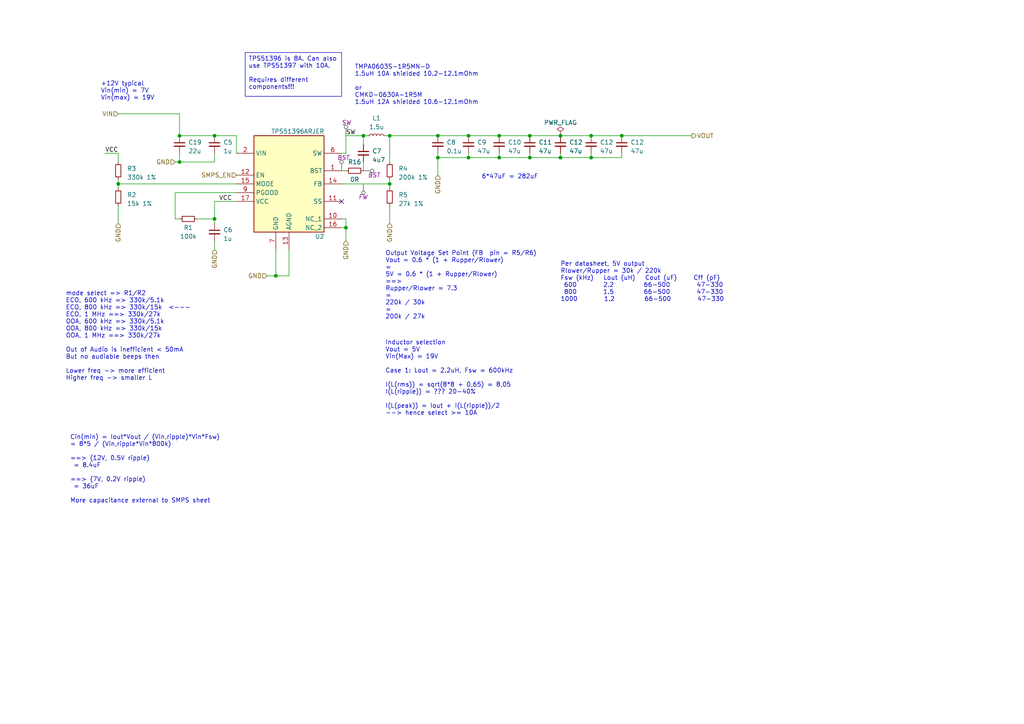
<source format=kicad_sch>
(kicad_sch (version 20230121) (generator eeschema)
  (paper "A4")
  (lib_symbols
    (symbol "Device:C_Small" (pin_numbers hide) (pin_names (offset 0.254) hide)
      (property "Reference" "C" (at 0.254 1.778 0))
      (property "Value" "C_Small" (at 0.254 -2.032 0))
      (symbol "C_Small_0_1"
        (polyline (pts (xy -1.524 -0.508) (xy 1.524 -0.508)) (stroke (width 0.3302)))
        (polyline (pts (xy -1.524 0.508) (xy 1.524 0.508)) (stroke (width 0.3048)))
      )
      (symbol "C_Small_1_1"
        (pin passive line (at 0 2.54 270) (length 2.032) (name "~") (number "1"))
        (pin passive line (at 0 -2.54 90) (length 2.032) (name "~") (number "2"))
      )
    )
    (symbol "Device:L_Small" (pin_numbers hide) (pin_names (offset 0.254) hide)
      (property "Reference" "L" (at 0.762 1.016 0))
      (property "Value" "L_Small" (at 0.762 -1.016 0))
      (symbol "L_Small_0_1"
        (arc (start 0 -2.032) (mid 0.5058 -1.524) (end 0 -1.016))
        (arc (start 0 -1.016) (mid 0.5058 -0.508) (end 0 0))
        (arc (start 0 0) (mid 0.5058 0.508) (end 0 1.016))
        (arc (start 0 1.016) (mid 0.5058 1.524) (end 0 2.032))
      )
      (symbol "L_Small_1_1"
        (pin passive line (at 0 2.54 270) (length 0.508) (name "~") (number "1"))
        (pin passive line (at 0 -2.54 90) (length 0.508) (name "~") (number "2"))
      )
    )
    (symbol "Device:R_Small" (pin_numbers hide) (pin_names (offset 0.254) hide)
      (property "Reference" "R" (at 0.762 0.508 0))
      (property "Value" "R_Small" (at 0.762 -1.016 0))
      (symbol "R_Small_0_1"
        (rectangle (start -0.762 1.778) (end 0.762 -1.778) (stroke (width 0.2032)))
      )
      (symbol "R_Small_1_1"
        (pin passive line (at 0 2.54 270) (length 0.762) (name "~") (number "1"))
        (pin passive line (at 0 -2.54 90) (length 0.762) (name "~") (number "2"))
      )
    )
    (symbol "TPS51396ARJER:TPS51396ARJER"
      (property "Reference" "IC" (at 26.67 5.08 0))
      (property "Value" "TPS51396ARJER" (at 26.67 2.54 0))
      (symbol "TPS51396ARJER_1_1"
        (rectangle (start 5.08 0) (end 25.4 -27.94) (stroke (width 0.254)) (fill (type background)))
        (pin passive line (at 30.48 -10.16 180) (length 5.08) (name "BST") (number "1"))
        (pin passive line (at 30.48 -24.13 180) (length 5.08) (name "NC_1") (number "10"))
        (pin passive line (at 30.48 -19.05 180) (length 5.08) (name "SS") (number "11"))
        (pin passive line (at 0 -11.43 0) (length 5.08) (name "EN") (number "12"))
        (pin passive line (at 15.24 -33.02 90) (length 5.08) (name "AGND") (number "13"))
        (pin passive line (at 30.48 -13.97 180) (length 5.08) (name "FB") (number "14"))
        (pin passive line (at 0 -13.97 0) (length 5.08) (name "MODE") (number "15"))
        (pin passive line (at 30.48 -26.67 180) (length 5.08) (name "NC_2") (number "16"))
        (pin passive line (at 0 -19.05 0) (length 5.08) (name "VCC") (number "17"))
        (pin passive line (at 11.43 -33.02 90) (length 5.08) hide (name "GND_3") (number "18"))
        (pin passive line (at 30.48 -5.08 180) (length 5.08) hide (name "SW_2") (number "19"))
        (pin power_in line (at 0 -5.08 0) (length 5.08) (name "VIN") (number "2"))
        (pin passive line (at 30.48 -5.08 180) (length 5.08) hide (name "SW_3") (number "20"))
        (pin passive line (at 11.43 -33.02 90) (length 5.08) hide (name "GND_4") (number "21"))
        (pin passive line (at 0 -5.08 0) (length 5.08) hide (name "VIN_2") (number "3"))
        (pin passive line (at 0 -5.08 0) (length 5.08) hide (name "VIN_3") (number "4"))
        (pin passive line (at 0 -5.08 0) (length 5.08) hide (name "VIN_4") (number "5"))
        (pin power_out line (at 30.48 -5.08 180) (length 5.08) (name "SW") (number "6"))
        (pin power_in line (at 11.43 -33.02 90) (length 5.08) (name "GND") (number "7"))
        (pin passive line (at 11.43 -33.02 90) (length 5.08) hide (name "GND_2") (number "8"))
        (pin passive line (at 0 -16.51 0) (length 5.08) (name "PGOOD") (number "9"))
      )
    )
    (symbol "power:PWR_FLAG" (power) (pin_numbers hide) (pin_names (offset 0) hide)
      (property "Value" "PWR_FLAG" (at 0 3.81 0))
      (symbol "PWR_FLAG_0_0"
        (pin power_out line (at 0 0 90) (length 0) (name "pwr") (number "1"))
      )
      (symbol "PWR_FLAG_0_1"
        (polyline (pts (xy 0 0) (xy 0 1.27) (xy -1.016 1.905) (xy 0 2.54) (xy 1.016 1.905) (xy 0 1.27)))
      )
    )
  )
  (junction (at 34.29 53.34))
  (junction (at 171.45 39.37))
  (junction (at 100.33 66.04))
  (junction (at 171.45 45.72))
  (junction (at 153.67 39.37))
  (junction (at 153.67 45.72))
  (junction (at 135.89 45.72))
  (junction (at 162.56 39.37))
  (junction (at 162.56 45.72))
  (junction (at 62.23 63.5))
  (junction (at 62.23 39.37))
  (junction (at 80.01 80.01))
  (junction (at 52.07 39.37))
  (junction (at 113.03 53.34))
  (junction (at 144.78 39.37))
  (junction (at 105.41 39.37))
  (junction (at 127 39.37))
  (junction (at 144.78 45.72))
  (junction (at 127 45.72))
  (junction (at 52.07 46.99))
  (junction (at 180.34 39.37))
  (junction (at 113.03 39.37))
  (junction (at 135.89 39.37))
  (no_connect (at 99.06 58.42))
  (wire (pts (xy 68.58 44.45) (xy 68.58 39.37)))
  (wire (pts (xy 127 45.72) (xy 127 50.8)))
  (wire (pts (xy 68.58 39.37) (xy 62.23 39.37)))
  (wire (pts (xy 113.03 59.69) (xy 113.03 64.77)))
  (wire (pts (xy 99.06 53.34) (xy 113.03 53.34)))
  (wire (pts (xy 144.78 44.45) (xy 144.78 45.72)))
  (wire (pts (xy 105.41 39.37) (xy 105.41 41.91)))
  (wire (pts (xy 34.29 53.34) (xy 68.58 53.34)))
  (wire (pts (xy 68.58 55.88) (xy 50.8 55.88)))
  (wire (pts (xy 62.23 69.85) (xy 62.23 72.39)))
  (wire (pts (xy 105.41 46.99) (xy 105.41 49.53)))
  (wire (pts (xy 62.23 44.45) (xy 62.23 46.99)))
  (wire (pts (xy 99.06 44.45) (xy 100.33 44.45)))
  (wire (pts (xy 52.07 44.45) (xy 52.07 46.99)))
  (wire (pts (xy 180.34 39.37) (xy 200.66 39.37)))
  (wire (pts (xy 50.8 55.88) (xy 50.8 63.5)))
  (wire (pts (xy 52.07 46.99) (xy 62.23 46.99)))
  (wire (pts (xy 83.82 72.39) (xy 83.82 80.01)))
  (wire (pts (xy 171.45 39.37) (xy 180.34 39.37)))
  (wire (pts (xy 99.06 49.53) (xy 100.33 49.53)))
  (wire (pts (xy 113.03 39.37) (xy 127 39.37)))
  (wire (pts (xy 99.06 66.04) (xy 100.33 66.04)))
  (wire (pts (xy 100.33 63.5) (xy 100.33 66.04)))
  (wire (pts (xy 113.03 52.07) (xy 113.03 53.34)))
  (wire (pts (xy 62.23 63.5) (xy 62.23 64.77)))
  (wire (pts (xy 171.45 45.72) (xy 180.34 45.72)))
  (wire (pts (xy 80.01 72.39) (xy 80.01 80.01)))
  (wire (pts (xy 135.89 45.72) (xy 127 45.72)))
  (wire (pts (xy 153.67 45.72) (xy 144.78 45.72)))
  (wire (pts (xy 162.56 45.72) (xy 153.67 45.72)))
  (wire (pts (xy 111.76 39.37) (xy 113.03 39.37)))
  (wire (pts (xy 52.07 46.99) (xy 50.8 46.99)))
  (wire (pts (xy 52.07 63.5) (xy 50.8 63.5)))
  (wire (pts (xy 162.56 45.72) (xy 171.45 45.72)))
  (wire (pts (xy 62.23 58.42) (xy 62.23 63.5)))
  (wire (pts (xy 30.48 44.45) (xy 34.29 44.45)))
  (wire (pts (xy 77.47 80.01) (xy 80.01 80.01)))
  (wire (pts (xy 34.29 53.34) (xy 34.29 54.61)))
  (wire (pts (xy 135.89 44.45) (xy 135.89 45.72)))
  (wire (pts (xy 100.33 39.37) (xy 105.41 39.37)))
  (wire (pts (xy 52.07 39.37) (xy 62.23 39.37)))
  (wire (pts (xy 83.82 80.01) (xy 80.01 80.01)))
  (wire (pts (xy 135.89 39.37) (xy 144.78 39.37)))
  (wire (pts (xy 153.67 44.45) (xy 153.67 45.72)))
  (wire (pts (xy 113.03 39.37) (xy 113.03 46.99)))
  (wire (pts (xy 127 39.37) (xy 135.89 39.37)))
  (wire (pts (xy 100.33 39.37) (xy 100.33 44.45)))
  (wire (pts (xy 135.89 45.72) (xy 144.78 45.72)))
  (wire (pts (xy 144.78 39.37) (xy 153.67 39.37)))
  (wire (pts (xy 113.03 53.34) (xy 113.03 54.61)))
  (wire (pts (xy 180.34 44.45) (xy 180.34 45.72)))
  (wire (pts (xy 127 44.45) (xy 127 45.72)))
  (wire (pts (xy 99.06 63.5) (xy 100.33 63.5)))
  (wire (pts (xy 100.33 66.04) (xy 100.33 69.85)))
  (wire (pts (xy 105.41 39.37) (xy 106.68 39.37)))
  (wire (pts (xy 57.15 63.5) (xy 62.23 63.5)))
  (wire (pts (xy 162.56 44.45) (xy 162.56 45.72)))
  (wire (pts (xy 34.29 52.07) (xy 34.29 53.34)))
  (wire (pts (xy 171.45 44.45) (xy 171.45 45.72)))
  (wire (pts (xy 34.29 33.02) (xy 52.07 33.02)))
  (wire (pts (xy 62.23 58.42) (xy 68.58 58.42)))
  (wire (pts (xy 34.29 46.99) (xy 34.29 44.45)))
  (wire (pts (xy 162.56 39.37) (xy 171.45 39.37)))
  (wire (pts (xy 52.07 33.02) (xy 52.07 39.37)))
  (wire (pts (xy 34.29 59.69) (xy 34.29 64.77)))
  (wire (pts (xy 153.67 39.37) (xy 162.56 39.37)))
  (text_box "TPS51396 is 8A. Can also use TPS51397 with 10A.\n\nRequires different components!!!" (at 71.12 15.24 0) (size 27.94 12.7) (effects (font (size 1.27 1.27)) (justify left top)))
  (text "+12V typical\nVin(min) = 7V\nVin(max) = 19V" (at 29.21 29.21 0) (effects (font (size 1.27 1.27)) (justify left bottom)))
  (text "mode select => R1/R2\nECO, 600 kHz => 330k/5.1k\nECO, 800 kHz => 330k/15k  <---\nECO, 1 MHz ==> 330k/27k\nOOA, 600 kHz => 330k/5.1k\nOOA, 800 kHz => 330k/15k\nOOA, 1 MHz ==> 330k/27k\n\nOut of Audio is inefficient < 50mA\nBut no audiable beeps then\n\nLower freq -> more efficient\nHigher freq -> smaller L" (at 19.05 110.49 0) (effects (font (size 1.27 1.27)) (justify left bottom)))
  (text "Cin(min) = Iout*Vout / (Vin,ripple)*Vin*Fsw)\n= 8*5 / (Vin,ripple*Vin*800k)\n\n==> (12V, 0.5V ripple)\n = 8.4uF\n\n==> (7V, 0.2V ripple)\n = 36uF\n\nMore capacitance external to SMPS sheet" (at 20.32 146.05 0) (effects (font (size 1.27 1.27)) (justify left bottom)))
  (text "Output Voltage Set Point (FB  pin = R5/R6)\nVout = 0.6 * (1 + Rupper/Rlower)\n=\n5V = 0.6 * (1 + Rupper/Rlower)\n==>\nRupper/Rlower = 7.3\n=\n220k / 30k\n=\n200k / 27k" (at 111.76 92.71 0) (effects (font (size 1.27 1.27)) (justify left bottom)))
  (text "6*47uF = 282uF" (at 139.7 52.07 0) (effects (font (size 1.27 1.27)) (justify left bottom)))
  (text "Inductor selection\nVout = 5V\nVin(Max) = 19V\n\nCase 1: Lout = 2.2uH, Fsw = 600kHz\n\nI(L(rms)) = sqrt(8*8 + 0,65) = 8,05\nI(L(ripple)) = ??? 20-40%\n\nI(L(peak)) = Iout + I(L(ripple))/2\n--> hence select >= 10A" (at 111.76 120.65 0) (effects (font (size 1.27 1.27)) (justify left bottom)))
  (text "Per datasheet, 5V output\nRlower/Rupper = 30k / 220k\nFsw (kHz)   Lout (uH)   Cout (uF)     Cff (pF)\n 600        2.2         66-500        47-330\n 800        1.5         66-500        47-330\n1000        1.2         66-500        47-330" (at 162.56 87.63 0) (effects (font (size 1.27 1.27)) (justify left bottom)))
  (text "TMPA0603S-1R5MN-D\n1.5uH 10A shielded 10.2-12.1mOhm\n\nor\nCMKD-0630A-1R5M\n1.5uH 12A shielded 10.6-12.1mOhm" (at 102.87 30.48 0) (effects (font (size 1.27 1.27)) (justify left bottom)))
  (label "VCC" (at 30.48 44.45 0))
  (label "SW" (at 100.33 39.37 0))
  (label "VCC" (at 63.5 58.42 0))
  (hierarchical_label "GND" (shape input) (at 113.03 64.77 270))
  (hierarchical_label "SMPS_EN" (shape input) (at 68.58 50.8 180))
  (hierarchical_label "GND" (shape input) (at 100.33 69.85 270))
  (hierarchical_label "VIN" (shape input) (at 34.29 33.02 180))
  (hierarchical_label "GND" (shape input) (at 127 50.8 270))
  (hierarchical_label "GND" (shape input) (at 77.47 80.01 180))
  (hierarchical_label "GND" (shape input) (at 50.8 46.99 180))
  (hierarchical_label "GND" (shape input) (at 34.29 64.77 270))
  (hierarchical_label "GND" (shape input) (at 62.23 72.39 270))
  (hierarchical_label "VOUT" (shape output) (at 200.66 39.37 0))
  (netclass_flag "" (length 2.54) (shape round) (at 105.41 49.53 270) (property "Netclass" "BST" (at 106.68 50.8 0) (effects (font italic) (justify left))))
  (netclass_flag "" (length 2.54) (shape round) (at 99.06 49.53 0) (property "Netclass" "BST" (at 97.79 45.72 0) (effects (font italic) (justify left))))
  (netclass_flag "" (length 2.54) (shape round) (at 105.41 53.34 180) (property "Netclass" "FW" (at 106.68 57.15 0) (effects (font italic) (justify right))))
  (netclass_flag "" (length 2.54) (shape round) (at 100.33 39.37 0) (property "Netclass" "SW" (at 99.06 35.56 0) (effects (font italic) (justify left))))
  (symbol (lib_id "Device:R_Small") (at 34.29 57.15 0) (unit 1)
    (property "Reference" "R2" (at 36.83 56.515 0) (effects (justify left)))
    (property "Value" "15k 1%" (at 36.83 59.055 0) (effects (justify left)))
    (property "Footprint" "Resistor_SMD:R_0402_1005Metric" (effects hide))
    (property "LCSC" "C25756" (effects hide))
  )
  (symbol (lib_id "TPS51396ARJER:TPS51396ARJER") (at 68.58 39.37 0) (unit 1)
    (property "Reference" "U2" (at 92.71 68.58 0))
    (property "Value" "TPS51396ARJER" (at 86.36 38.1 0))
    (property "Footprint" "Package_DFN_QFN:VQFN-20-1EP_3x3mm_P0.45mm_EP1.55x1.55mm_ThermalVias" (effects hide))
    (property "Datasheet" "https://www.ti.com/lit/ds/symlink/tps51396a.pdf?HQS=dis-mous-null-mousermode-dsf-pf-null-wwe&ts=1662566370253&ref_url=https%253A%252F%252Fwww.mouser.in%252F" (effects hide))
    (property "Height" "1" (effects hide))
    (property "Mouser Part Number" "595-TPS51396ARJER" (effects hide))
    (property "Mouser Price/Stock" "https://www.mouser.co.uk/ProductDetail/Texas-Instruments/TPS51396ARJER?qs=GBLSl2AkirtKr8QWcQ0Vig%3D%3D" (effects hide))
    (property "Manufacturer_Name" "Texas Instruments" (effects hide))
    (property "Manufacturer_Part_Number" "TPS51396ARJER" (effects hide))
    (property "LCSC" "C3032872" (effects hide))
    (instances (project "RotatingPCB" (path "" (reference "U2") (unit 1)) (path "" (reference "U2") (unit 1))) (project "AxisPCB-STM32F411" (path "" (reference "U1") (unit 1))))
  )
  (symbol (lib_id "Device:C_Small") (at 105.41 44.45 0) (unit 1)
    (property "Reference" "C7" (at 107.95 43.8213 0) (effects (justify left)))
    (property "Value" "4u7" (at 107.95 46.3613 0) (effects (justify left)))
    (property "Footprint" "Capacitor_SMD:C_0603_1608Metric" (effects hide))
    (instances (project "RotatingPCB" (path "" (reference "C7") (unit 1)) (path "" (reference "C7") (unit 1))) (project "AxisPCB-STM32F411" (path "" (reference "C6") (unit 1))))
  )
  (symbol (lib_id "Device:C_Small") (at 171.45 41.91 0) (unit 1)
    (property "Reference" "C12" (at 173.99 41.2813 0) (effects (justify left)))
    (property "Value" "47u" (at 173.99 43.8213 0) (effects (justify left)))
    (property "Footprint" "Capacitor_SMD:C_0805_2012Metric" (effects hide))
    (property "LSCS" "C16780" (effects hide))
    (instances (project "RotatingPCB" (path "" (reference "C12") (unit 1)) (path "" (reference "C12") (unit 1))) (project "AxisPCB-STM32F411" (path "" (reference "C28") (unit 1))))
  )
  (symbol (lib_id "Device:R_Small") (at 54.61 63.5 270) (unit 1)
    (property "Reference" "R1" (at 54.61 66.04 90))
    (property "Value" "100k" (at 54.61 68.58 90))
    (property "Footprint" "Resistor_SMD:R_0402_1005Metric" (effects hide))
    (property "LCSC" "C25741" (effects hide))
    (instances (project "RotatingPCB" (path "" (reference "R1") (unit 1)) (path "" (reference "R1") (unit 1))) (project "AxisPCB-STM32F411" (path "" (reference "R3") (unit 1))))
  )
  (symbol (lib_id "Device:C_Small") (at 135.89 41.91 0) (unit 1)
    (property "Reference" "C9" (at 138.43 41.2813 0) (effects (justify left)))
    (property "Value" "47u" (at 138.43 43.8213 0) (effects (justify left)))
    (property "Footprint" "Capacitor_SMD:C_0805_2012Metric" (effects hide))
    (property "LCSC" "C16780" (effects hide))
    (instances (project "RotatingPCB" (path "" (reference "C9") (unit 1)) (path "" (reference "C9") (unit 1))) (project "AxisPCB-STM32F411" (path "" (reference "C8") (unit 1))))
  )
  (symbol (lib_id "Device:C_Small") (at 180.34 41.91 0) (unit 1)
    (property "Reference" "C12" (at 182.88 41.2813 0) (effects (justify left)))
    (property "Value" "47u" (at 182.88 43.8213 0) (effects (justify left)))
    (property "Footprint" "Capacitor_SMD:C_0805_2012Metric" (effects hide))
    (property "LCSC" "C16780" (effects hide))
    (instances (project "RotatingPCB" (path "" (reference "C12") (unit 1)) (path "" (reference "C12") (unit 1))) (project "AxisPCB-STM32F411" (path "" (reference "C29") (unit 1))))
  )
  (symbol (lib_id "Device:C_Small") (at 162.56 41.91 0) (unit 1)
    (property "Reference" "C12" (at 165.1 41.2813 0) (effects (justify left)))
    (property "Value" "47u" (at 165.1 43.8213 0) (effects (justify left)))
    (property "Footprint" "Capacitor_SMD:C_0805_2012Metric" (effects hide))
    (property "LCSC" "C16780" (effects hide))
    (instances (project "RotatingPCB" (path "" (reference "C12") (unit 1)) (path "" (reference "C12") (unit 1))) (project "AxisPCB-STM32F411" (path "" (reference "C11") (unit 1))))
  )
  (symbol (lib_id "Device:C_Small") (at 52.07 41.91 0) (unit 1)
    (property "Reference" "C19" (at 54.61 41.2813 0) (effects (justify left)))
    (property "Value" "22u" (at 54.61 43.8213 0) (effects (justify left)))
    (property "Footprint" "Capacitor_SMD:C_0805_2012Metric" (effects hide))
    (property "LCSC" "C45783" (effects hide))
    (instances (project "RotatingPCB" (path "" (reference "C19") (unit 1)) (path "" (reference "C19") (unit 1))) (project "AxisPCB-STM32F411" (path "" (reference "C3") (unit 1))))
  )
  (symbol (lib_id "Device:R_Small") (at 113.03 57.15 0) (unit 1)
    (property "Reference" "R5" (at 115.57 56.515 0) (effects (justify left)))
    (property "Value" "27k 1%" (at 115.57 59.055 0) (effects (justify left)))
    (property "Footprint" "Resistor_SMD:R_0402_1005Metric" (effects hide))
    (property "LCSC" "C25771" (effects hide))
    (instances (project "RotatingPCB" (path "" (reference "R5") (unit 1)) (path "" (reference "R5") (unit 1))) (project "AxisPCB-STM32F411" (path "" (reference "R6") (unit 1))))
  )
  (symbol (lib_id "Device:C_Small") (at 153.67 41.91 0) (unit 1)
    (property "Reference" "C11" (at 156.21 41.2813 0) (effects (justify left)))
    (property "Value" "47u" (at 156.21 43.8213 0) (effects (justify left)))
    (property "Footprint" "Capacitor_SMD:C_0805_2012Metric" (effects hide))
    (property "LCSC" "C16780" (effects hide))
    (instances (project "RotatingPCB" (path "" (reference "C11") (unit 1)) (path "" (reference "C11") (unit 1))) (project "AxisPCB-STM32F411" (path "" (reference "C10") (unit 1))))
  )
  (symbol (lib_id "power:PWR_FLAG") (at 162.56 39.37 0) (unit 1)
    (property "Reference" "#FLG03" (effects hide))
    (property "Value" "PWR_FLAG" (at 162.56 35.56 0))
    (instances (project "RotatingPCB" (path "" (reference "#FLG03") (unit 1)) (path "" (reference "#FLG03") (unit 1))) (project "AxisPCB-STM32F411" (path "" (reference "#FLG01") (unit 1))))
  )
  (symbol (lib_id "Device:R_Small") (at 102.87 49.53 90) (unit 1)
    (property "Reference" "R16" (at 102.87 46.99 90))
    (property "Value" "0R" (at 102.87 52.07 90))
    (property "Footprint" "Resistor_SMD:R_0402_1005Metric" (effects hide))
    (property "LCSC" "C17168" (effects hide))
    (instances (project "RotatingPCB" (path "" (reference "R16") (unit 1)) (path "" (reference "R16") (unit 1))) (project "AxisPCB-STM32F411" (path "" (reference "R4") (unit 1))))
  )
  (symbol (lib_id "Device:L_Small") (at 109.22 39.37 90) (unit 1)
    (property "Reference" "L1" (at 109.22 34.29 90))
    (property "Value" "1.5u" (at 109.22 36.83 90))
    (property "Footprint" "Inductor_SMD:L_Sunlord_MWSA0603S" (effects hide))
    (property "LCSC" "C305188" (effects hide))
  )
  (symbol (lib_id "Device:C_Small") (at 127 41.91 0) (unit 1)
    (property "Reference" "C8" (at 129.54 41.2813 0) (effects (justify left)))
    (property "Value" "0.1u" (at 129.54 43.8213 0) (effects (justify left)))
    (property "Footprint" "Capacitor_SMD:C_0402_1005Metric" (effects hide))
    (property "LCSC" "C1525" (effects hide))
    (instances (project "RotatingPCB" (path "" (reference "C8") (unit 1)) (path "" (reference "C8") (unit 1))) (project "AxisPCB-STM32F411" (path "" (reference "C7") (unit 1))))
  )
  (symbol (lib_id "Device:R_Small") (at 34.29 49.53 0) (unit 1)
    (property "Reference" "R3" (at 36.83 48.895 0) (effects (justify left)))
    (property "Value" "330k 1%" (at 36.83 51.435 0) (effects (justify left)))
    (property "Footprint" "Resistor_SMD:R_0402_1005Metric" (effects hide))
    (property "LCSC" "C25778" (effects hide))
    (instances (project "RotatingPCB" (path "" (reference "R3") (unit 1)) (path "" (reference "R3") (unit 1))) (project "AxisPCB-STM32F411" (path "" (reference "R1") (unit 1))))
  )
  (symbol (lib_id "Device:R_Small") (at 113.03 49.53 0) (unit 1)
    (property "Reference" "R4" (at 115.57 48.895 0) (effects (justify left)))
    (property "Value" "200k 1%" (at 115.57 51.435 0) (effects (justify left)))
    (property "Footprint" "Resistor_SMD:R_0402_1005Metric" (effects hide))
    (property "LCSC" "C25764" (effects hide))
    (instances (project "RotatingPCB" (path "" (reference "R4") (unit 1)) (path "" (reference "R4") (unit 1))) (project "AxisPCB-STM32F411" (path "" (reference "R5") (unit 1))))
  )
  (symbol (lib_id "Device:C_Small") (at 144.78 41.91 0) (unit 1)
    (property "Reference" "C10" (at 147.32 41.2813 0) (effects (justify left)))
    (property "Value" "47u" (at 147.32 43.8213 0) (effects (justify left)))
    (property "Footprint" "Capacitor_SMD:C_0805_2012Metric" (effects hide))
    (property "LCSC" "C16780" (effects hide))
    (instances (project "RotatingPCB" (path "" (reference "C10") (unit 1)) (path "" (reference "C10") (unit 1))) (project "AxisPCB-STM32F411" (path "" (reference "C9") (unit 1))))
  )
  (symbol (lib_id "Device:C_Small") (at 62.23 67.31 0) (unit 1)
    (property "Reference" "C6" (at 64.77 66.6813 0) (effects (justify left)))
    (property "Value" "1u" (at 64.77 69.2213 0) (effects (justify left)))
    (property "Footprint" "Capacitor_SMD:C_0402_1005Metric" (effects hide))
    (property "LCSC" "C52923" (effects hide))
    (instances (project "RotatingPCB" (path "" (reference "C6") (unit 1)) (path "" (reference "C6") (unit 1))) (project "AxisPCB-STM32F411" (path "" (reference "C5") (unit 1))))
  )
  (symbol (lib_id "Device:C_Small") (at 62.23 41.91 0) (unit 1)
    (property "Reference" "C5" (at 64.77 41.2813 0) (effects (justify left)))
    (property "Value" "1u" (at 64.77 43.8213 0) (effects (justify left)))
    (property "Footprint" "Capacitor_SMD:C_0402_1005Metric" (effects hide))
    (property "LCSC" "C52923" (effects hide))
    (instances (project "RotatingPCB" (path "" (reference "C5") (unit 1)) (path "" (reference "C5") (unit 1))) (project "AxisPCB-STM32F411" (path "" (reference "C4") (unit 1))))
  )
)
</source>
